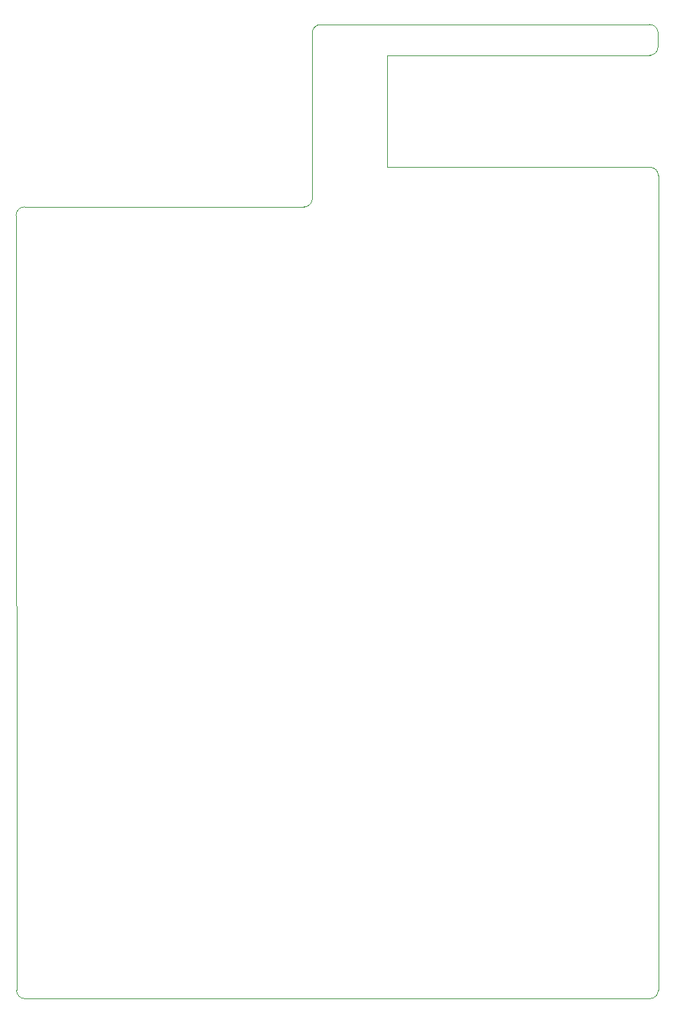
<source format=gbr>
G04 #@! TF.GenerationSoftware,KiCad,Pcbnew,(5.1.6)-1*
G04 #@! TF.CreationDate,2020-09-28T23:28:13+08:00*
G04 #@! TF.ProjectId,Hami,48616d69-2e6b-4696-9361-645f70636258,rev?*
G04 #@! TF.SameCoordinates,Original*
G04 #@! TF.FileFunction,Profile,NP*
%FSLAX46Y46*%
G04 Gerber Fmt 4.6, Leading zero omitted, Abs format (unit mm)*
G04 Created by KiCad (PCBNEW (5.1.6)-1) date 2020-09-28 23:28:13*
%MOMM*%
%LPD*%
G01*
G04 APERTURE LIST*
G04 #@! TA.AperFunction,Profile*
%ADD10C,0.010000*%
G04 #@! TD*
G04 APERTURE END LIST*
D10*
X185400000Y-34275000D02*
X185400000Y-35978000D01*
X143659200Y-34275000D02*
G75*
G02*
X144659200Y-33275000I1000000J0D01*
G01*
X144659200Y-33275000D02*
X184400000Y-33275000D01*
X143659200Y-54275000D02*
X143659200Y-34275000D01*
X143659200Y-54275000D02*
G75*
G02*
X142659200Y-55275000I-1000000J0D01*
G01*
X108900000Y-55275000D02*
X142659200Y-55275000D01*
X152659200Y-36978000D02*
X152659200Y-50478000D01*
X184420000Y-50485000D02*
G75*
G02*
X185420000Y-51485000I0J-1000000D01*
G01*
X184420000Y-50485000D02*
X152659200Y-50478000D01*
X185400000Y-35978000D02*
G75*
G02*
X184400000Y-36978000I-1000000J0D01*
G01*
X152659200Y-36978000D02*
X184400000Y-36978000D01*
X185420000Y-149812500D02*
G75*
G02*
X184420000Y-150812500I-1000000J0D01*
G01*
X108950000Y-150812500D02*
G75*
G02*
X107950000Y-149812500I0J1000000D01*
G01*
X107900000Y-56275000D02*
G75*
G02*
X108900000Y-55275000I1000000J0D01*
G01*
X184400000Y-33275000D02*
G75*
G02*
X185400000Y-34275000I0J-1000000D01*
G01*
X185420000Y-149812500D02*
X185420000Y-51481999D01*
X108950000Y-150812500D02*
X184420000Y-150812500D01*
X107900000Y-56275000D02*
X107950000Y-149812500D01*
M02*

</source>
